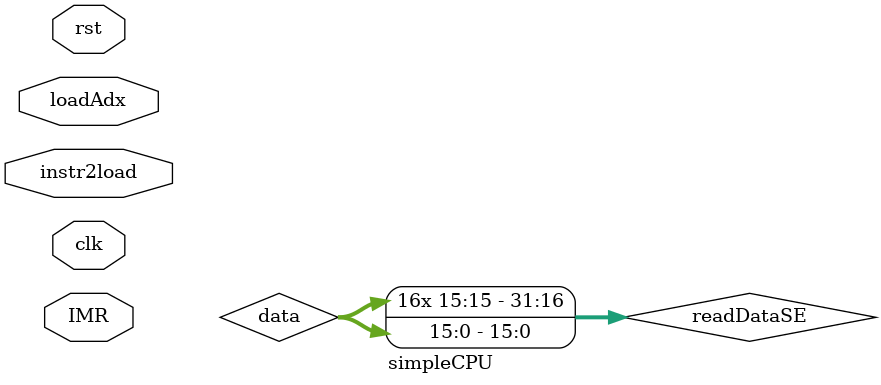
<source format=v>
module simpleCPU (clk, rst, IMR, instr2load, loadAdx);
	// ALU control input
	

	input clk, rst, IMR;	// connect to system 50 MHz clock
	input [31:0] instr2load;
	input [6:0] loadAdx;
	
	wire  MemWrEn, regWR, zero, overflow, carryout, negative, Mem2Reg, ALUop, ALUsrc, writeSel;
	wire  [10:0] adxData;
	wire [31:0] imd;
	wire [15:0] data;
	wire  [4:0] regAdx1, regAdx2, writeAdx;
	wire  [31:0] writeData;
	wire [31:0] readOutput1, readOutput2;
	wire  [2:0] control;
	wire  [31:0] busA, busB;
	wire [31:0] busOut;
	wire [5:0] opCode;

	registerFile regs(clk, regAdx1, regAdx2, writeAdx, regWR, writeData, readOutput1, readOutput2);
	ALUnit logicUnit(control, busA, busB, busOut, zero, overflow, carryout, negative);
	SRAM2Kby16 dataMemory(clk, adxData, MemWrEn, data);

	CPUcontrol controlFlow(clk, rst, negative, IMR, instr2load, loadAdx, regWR, Mem2Reg, ALUop, MemWrEn, ALUsrc, writeSel, regAdx1, regAdx2, writeAdx, imd);

	assign busA = readOutput1;
	//mux2_1 busBinput(busB, readOutput2, imd, ALUSrc);
	
	assign busB = ALUsrc ? imd : readOutput2;

	wire [31:0] readDataSE; // sign extended output from SRAM
	assign readDataSE = {{16{data[15]}}, data};
	mux2_1 Mem2Register(writeData, busOut, readDataSE, Mem2Reg);

	// Store word operation
	assign adxData = busOut[10:0]; // Only care the busOut at store word operation
	assign data = MemWrEn ? 16'bZ : readOutput2[15:0]; // When store word, the data comes from the register file

	ALUcontrol translate(ALUop, imd[5:0], control);
	
endmodule

</source>
